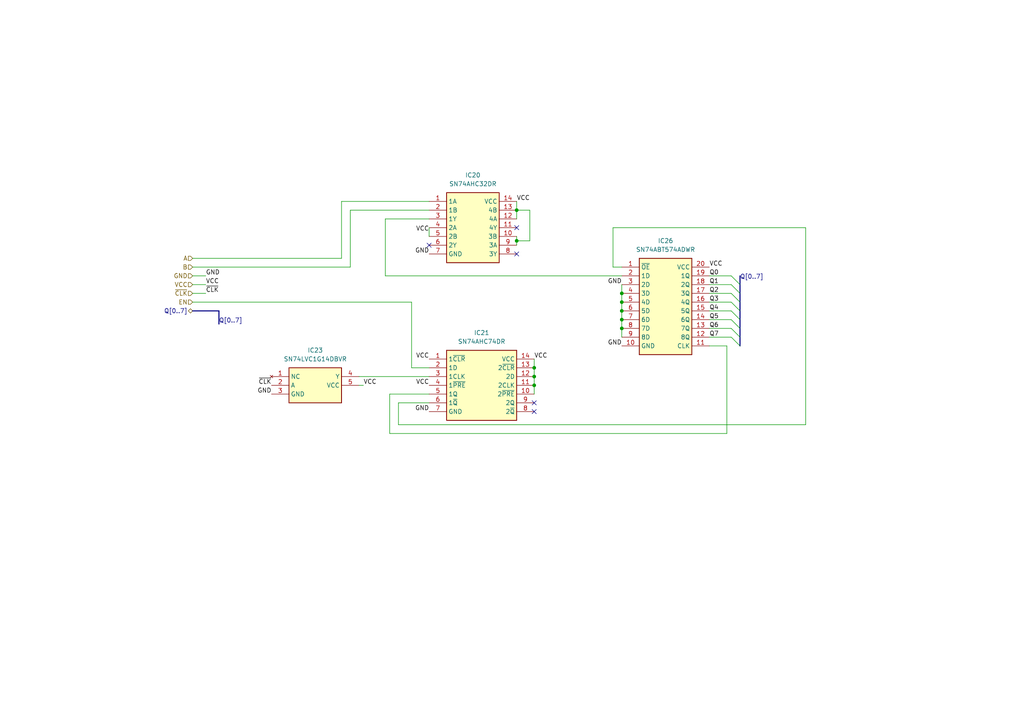
<source format=kicad_sch>
(kicad_sch (version 20250114) (generator "eeschema") (generator_version "9.0")
  (paper "A4")
  (lib_symbols
    (symbol "Samacsys:SN74ABT574ADWR"
      (property "Reference" "IC" (at 21.59 7.62 0))
      (property "Value" "SN74ABT574ADWR" (at 21.59 5.08 0))
      (symbol "SN74ABT574ADWR_1_1"
        (rectangle (start 5.08 2.54) (end 20.32 -25.4) (stroke (width 0.254)) (fill (type background)))
        (pin passive line (at 0 0 0) (length 5.08) (name "~{OE}") (number "1"))
        (pin passive line (at 0 -2.54 0) (length 5.08) (name "1D") (number "2"))
        (pin passive line (at 0 -5.08 0) (length 5.08) (name "2D") (number "3"))
        (pin passive line (at 0 -7.62 0) (length 5.08) (name "3D") (number "4"))
        (pin passive line (at 0 -10.16 0) (length 5.08) (name "4D") (number "5"))
        (pin passive line (at 0 -12.7 0) (length 5.08) (name "5D") (number "6"))
        (pin passive line (at 0 -15.24 0) (length 5.08) (name "6D") (number "7"))
        (pin passive line (at 0 -17.78 0) (length 5.08) (name "7D") (number "8"))
        (pin passive line (at 0 -20.32 0) (length 5.08) (name "8D") (number "9"))
        (pin passive line (at 0 -22.86 0) (length 5.08) (name "GND") (number "10"))
        (pin passive line (at 25.4 0 180) (length 5.08) (name "VCC") (number "20"))
        (pin passive line (at 25.4 -2.54 180) (length 5.08) (name "1Q") (number "19"))
        (pin passive line (at 25.4 -5.08 180) (length 5.08) (name "2Q") (number "18"))
        (pin passive line (at 25.4 -7.62 180) (length 5.08) (name "3Q") (number "17"))
        (pin passive line (at 25.4 -10.16 180) (length 5.08) (name "4Q") (number "16"))
        (pin passive line (at 25.4 -12.7 180) (length 5.08) (name "5Q") (number "15"))
        (pin passive line (at 25.4 -15.24 180) (length 5.08) (name "6Q") (number "14"))
        (pin passive line (at 25.4 -17.78 180) (length 5.08) (name "7Q") (number "13"))
        (pin passive line (at 25.4 -20.32 180) (length 5.08) (name "8Q") (number "12"))
        (pin passive line (at 25.4 -22.86 180) (length 5.08) (name "CLK") (number "11"))
      )
    )
    (symbol "Samacsys:SN74AHC32DR"
      (property "Reference" "IC" (at 21.59 7.62 0))
      (property "Value" "SN74AHC32DR" (at 21.59 5.08 0))
      (symbol "SN74AHC32DR_1_1"
        (rectangle (start 5.08 2.54) (end 20.32 -17.78) (stroke (width 0.254)) (fill (type background)))
        (pin passive line (at 0 0 0) (length 5.08) (name "1A") (number "1"))
        (pin passive line (at 0 -2.54 0) (length 5.08) (name "1B") (number "2"))
        (pin passive line (at 0 -5.08 0) (length 5.08) (name "1Y") (number "3"))
        (pin passive line (at 0 -7.62 0) (length 5.08) (name "2A") (number "4"))
        (pin passive line (at 0 -10.16 0) (length 5.08) (name "2B") (number "5"))
        (pin passive line (at 0 -12.7 0) (length 5.08) (name "2Y") (number "6"))
        (pin passive line (at 0 -15.24 0) (length 5.08) (name "GND") (number "7"))
        (pin passive line (at 25.4 0 180) (length 5.08) (name "VCC") (number "14"))
        (pin passive line (at 25.4 -2.54 180) (length 5.08) (name "4B") (number "13"))
        (pin passive line (at 25.4 -5.08 180) (length 5.08) (name "4A") (number "12"))
        (pin passive line (at 25.4 -7.62 180) (length 5.08) (name "4Y") (number "11"))
        (pin passive line (at 25.4 -10.16 180) (length 5.08) (name "3B") (number "10"))
        (pin passive line (at 25.4 -12.7 180) (length 5.08) (name "3A") (number "9"))
        (pin passive line (at 25.4 -15.24 180) (length 5.08) (name "3Y") (number "8"))
      )
    )
    (symbol "Samacsys:SN74AHC74DR"
      (property "Reference" "IC" (at 26.67 7.62 0))
      (property "Value" "SN74AHC74DR" (at 26.67 5.08 0))
      (symbol "SN74AHC74DR_1_1"
        (rectangle (start 5.08 2.54) (end 25.4 -17.78) (stroke (width 0.254)) (fill (type background)))
        (pin passive line (at 0 0 0) (length 5.08) (name "1~{CLR}") (number "1"))
        (pin passive line (at 0 -2.54 0) (length 5.08) (name "1D") (number "2"))
        (pin passive line (at 0 -5.08 0) (length 5.08) (name "1CLK") (number "3"))
        (pin passive line (at 0 -7.62 0) (length 5.08) (name "1~{PRE}") (number "4"))
        (pin passive line (at 0 -10.16 0) (length 5.08) (name "1Q") (number "5"))
        (pin passive line (at 0 -12.7 0) (length 5.08) (name "1~{Q}") (number "6"))
        (pin passive line (at 0 -15.24 0) (length 5.08) (name "GND") (number "7"))
        (pin passive line (at 30.48 0 180) (length 5.08) (name "VCC") (number "14"))
        (pin passive line (at 30.48 -2.54 180) (length 5.08) (name "2~{CLR}") (number "13"))
        (pin passive line (at 30.48 -5.08 180) (length 5.08) (name "2D") (number "12"))
        (pin passive line (at 30.48 -7.62 180) (length 5.08) (name "2CLK") (number "11"))
        (pin passive line (at 30.48 -10.16 180) (length 5.08) (name "2~{PRE}") (number "10"))
        (pin passive line (at 30.48 -12.7 180) (length 5.08) (name "2Q") (number "9"))
        (pin passive line (at 30.48 -15.24 180) (length 5.08) (name "2~{Q}") (number "8"))
      )
    )
    (symbol "Samacsys:SN74LVC1G14DBVR"
      (property "Reference" "IC" (at 21.59 7.62 0))
      (property "Value" "SN74LVC1G14DBVR" (at 21.59 5.08 0))
      (symbol "SN74LVC1G14DBVR_1_1"
        (rectangle (start 5.08 2.54) (end 20.32 -7.62) (stroke (width 0.254)) (fill (type background)))
        (pin no_connect line (at 0 0 0) (length 5.08) (name "NC") (number "1"))
        (pin passive line (at 0 -2.54 0) (length 5.08) (name "A") (number "2"))
        (pin passive line (at 0 -5.08 0) (length 5.08) (name "GND") (number "3"))
        (pin passive line (at 25.4 0 180) (length 5.08) (name "Y") (number "4"))
        (pin passive line (at 25.4 -2.54 180) (length 5.08) (name "VCC") (number "5"))
      )
    )
  )
  (junction (at 180.34 92.71))
  (junction (at 149.86 69.85))
  (junction (at 180.34 90.17))
  (junction (at 154.94 106.68))
  (junction (at 149.86 60.96))
  (junction (at 154.94 109.22))
  (junction (at 154.94 111.76))
  (junction (at 180.34 85.09))
  (junction (at 180.34 87.63))
  (junction (at 180.34 95.25))
  (no_connect (at 149.86 66.04))
  (no_connect (at 149.86 73.66))
  (no_connect (at 124.46 71.12))
  (no_connect (at 154.94 116.84))
  (no_connect (at 154.94 119.38))
  (bus_entry (at 214.63 85.09) (size -2.54 -2.54))
  (bus_entry (at 214.63 87.63) (size -2.54 -2.54))
  (bus_entry (at 212.09 95.25) (size 2.54 2.54))
  (bus_entry (at 212.09 97.79) (size 2.54 2.54))
  (bus_entry (at 212.09 92.71) (size 2.54 2.54))
  (bus_entry (at 212.09 90.17) (size 2.54 2.54))
  (bus_entry (at 214.63 90.17) (size -2.54 -2.54))
  (bus_entry (at 214.63 82.55) (size -2.54 -2.54))
  (wire (pts (xy 99.06 74.93) (xy 99.06 58.42)))
  (wire (pts (xy 154.94 109.22) (xy 154.94 111.76)))
  (wire (pts (xy 101.6 60.96) (xy 124.46 60.96)))
  (wire (pts (xy 104.14 109.22) (xy 124.46 109.22)))
  (wire (pts (xy 149.86 60.96) (xy 149.86 63.5)))
  (wire (pts (xy 154.94 104.14) (xy 154.94 106.68)))
  (bus (pts (xy 55.88 90.17) (xy 63.5 90.17)))
  (bus (pts (xy 63.5 90.17) (xy 63.5 93.98)))
  (wire (pts (xy 180.34 90.17) (xy 180.34 92.71)))
  (wire (pts (xy 205.74 82.55) (xy 212.09 82.55)))
  (bus (pts (xy 214.63 90.17) (xy 214.63 92.71)))
  (wire (pts (xy 205.74 90.17) (xy 212.09 90.17)))
  (wire (pts (xy 210.82 125.73) (xy 210.82 100.33)))
  (wire (pts (xy 124.46 114.3) (xy 113.03 114.3)))
  (wire (pts (xy 104.14 111.76) (xy 105.41 111.76)))
  (wire (pts (xy 115.57 116.84) (xy 115.57 123.19)))
  (wire (pts (xy 149.86 69.85) (xy 153.67 69.85)))
  (wire (pts (xy 205.74 87.63) (xy 212.09 87.63)))
  (wire (pts (xy 59.69 82.55) (xy 55.88 82.55)))
  (bus (pts (xy 214.63 85.09) (xy 214.63 87.63)))
  (wire (pts (xy 119.38 87.63) (xy 119.38 106.68)))
  (wire (pts (xy 111.76 63.5) (xy 124.46 63.5)))
  (wire (pts (xy 113.03 114.3) (xy 113.03 125.73)))
  (bus (pts (xy 214.63 80.01) (xy 214.63 82.55)))
  (wire (pts (xy 149.86 69.85) (xy 149.86 71.12)))
  (wire (pts (xy 154.94 106.68) (xy 154.94 109.22)))
  (wire (pts (xy 55.88 77.47) (xy 101.6 77.47)))
  (wire (pts (xy 180.34 92.71) (xy 180.34 95.25)))
  (wire (pts (xy 205.74 92.71) (xy 212.09 92.71)))
  (wire (pts (xy 180.34 95.25) (xy 180.34 97.79)))
  (bus (pts (xy 214.63 95.25) (xy 214.63 97.79)))
  (wire (pts (xy 180.34 80.01) (xy 111.76 80.01)))
  (wire (pts (xy 154.94 111.76) (xy 154.94 114.3)))
  (wire (pts (xy 115.57 123.19) (xy 233.68 123.19)))
  (wire (pts (xy 101.6 77.47) (xy 101.6 60.96)))
  (wire (pts (xy 59.69 85.09) (xy 55.88 85.09)))
  (bus (pts (xy 214.63 97.79) (xy 214.63 100.33)))
  (wire (pts (xy 177.8 77.47) (xy 180.34 77.47)))
  (wire (pts (xy 205.74 95.25) (xy 212.09 95.25)))
  (wire (pts (xy 124.46 116.84) (xy 115.57 116.84)))
  (wire (pts (xy 233.68 123.19) (xy 233.68 66.04)))
  (wire (pts (xy 180.34 87.63) (xy 180.34 90.17)))
  (wire (pts (xy 111.76 80.01) (xy 111.76 63.5)))
  (wire (pts (xy 180.34 85.09) (xy 180.34 87.63)))
  (wire (pts (xy 205.74 80.01) (xy 212.09 80.01)))
  (wire (pts (xy 55.88 87.63) (xy 119.38 87.63)))
  (wire (pts (xy 149.86 68.58) (xy 149.86 69.85)))
  (bus (pts (xy 214.63 87.63) (xy 214.63 90.17)))
  (wire (pts (xy 153.67 60.96) (xy 149.86 60.96)))
  (wire (pts (xy 153.67 69.85) (xy 153.67 60.96)))
  (wire (pts (xy 177.8 66.04) (xy 177.8 77.47)))
  (wire (pts (xy 205.74 85.09) (xy 212.09 85.09)))
  (wire (pts (xy 59.69 80.01) (xy 55.88 80.01)))
  (wire (pts (xy 124.46 66.04) (xy 124.46 68.58)))
  (wire (pts (xy 149.86 58.42) (xy 149.86 60.96)))
  (wire (pts (xy 210.82 100.33) (xy 205.74 100.33)))
  (bus (pts (xy 214.63 92.71) (xy 214.63 95.25)))
  (wire (pts (xy 119.38 106.68) (xy 124.46 106.68)))
  (wire (pts (xy 205.74 97.79) (xy 212.09 97.79)))
  (wire (pts (xy 233.68 66.04) (xy 177.8 66.04)))
  (wire (pts (xy 113.03 125.73) (xy 210.82 125.73)))
  (wire (pts (xy 55.88 74.93) (xy 99.06 74.93)))
  (wire (pts (xy 99.06 58.42) (xy 124.46 58.42)))
  (bus (pts (xy 214.63 82.55) (xy 214.63 85.09)))
  (wire (pts (xy 180.34 82.55) (xy 180.34 85.09)))
  (label "~{CLK}" (at 59.69 85.09 0))
  (label "Q1" (at 205.74 82.55 0))
  (label "Q4" (at 205.74 90.17 0))
  (label "GND" (at 59.69 80.01 0))
  (label "Q3" (at 205.74 87.63 0))
  (label "GND" (at 124.46 119.38 180))
  (label "VCC" (at 154.94 104.14 0))
  (label "VCC" (at 105.41 111.76 0))
  (label "GND" (at 78.74 114.3 180))
  (label "Q0" (at 205.74 80.01 0))
  (label "Q5" (at 205.74 92.71 0))
  (label "GND" (at 180.34 100.33 180))
  (label "Q[0..7]" (at 214.63 81.28 0))
  (label "VCC" (at 59.69 82.55 0))
  (label "Q2" (at 205.74 85.09 0))
  (label "VCC" (at 124.46 67.31 180))
  (label "VCC" (at 149.86 58.42 0))
  (label "VCC" (at 124.46 104.14 180))
  (label "GND" (at 124.46 73.66 180))
  (label "Q7" (at 205.74 97.79 0))
  (label "Q[0..7]" (at 63.5 93.98 0))
  (label "~{CLK}" (at 78.74 111.76 180))
  (label "GND" (at 180.34 82.55 180))
  (label "VCC" (at 205.74 77.47 0))
  (label "VCC" (at 124.46 111.76 180))
  (label "Q6" (at 205.74 95.25 0))
  (hierarchical_label "GND" (shape input) (at 55.88 80.01 180))
  (hierarchical_label "EN" (shape input) (at 55.88 87.63 180))
  (hierarchical_label "Q[0..7]" (shape tri_state) (at 55.88 90.17 180))
  (hierarchical_label "~{CLK}" (shape input) (at 55.88 85.09 180))
  (hierarchical_label "A" (shape input) (at 55.88 74.93 180))
  (hierarchical_label "B" (shape input) (at 55.88 77.47 180))
  (hierarchical_label "VCC" (shape input) (at 55.88 82.55 180))
  (symbol (lib_id "Samacsys:SN74LVC1G14DBVR") (at 78.74 109.22 0) (unit 1)
    (property "Reference" "IC23" (at 91.44 101.6 0))
    (property "Value" "SN74LVC1G14DBVR" (at 91.44 104.14 0))
    (property "Footprint" "Samacsys:SOT95P280X145-5N" (effects (hide yes)))
    (property "Datasheet" "https://datasheet.datasheetarchive.com/originals/distributors/Datasheets-DGA13/1136296.pdf" (effects (hide yes)))
    (property "Description" "TEXAS INSTRUMENTS - SN74LVC1G14DBVR - IC, SCHMITT TRIGGER INVERTER, SMD" (effects (hide yes)))
    (property "Height" "1.45" (effects (hide yes)))
    (property "Mouser Part Number" "595-SN74LVC1G14DBVR" (effects (hide yes)))
    (property "Mouser Price/Stock" "https://www.mouser.co.uk/ProductDetail/Texas-Instruments/SN74LVC1G14DBVR?qs=dT9u2OTAaVWRIgCrQFnxuQ%3D%3D" (effects (hide yes)))
    (property "Manufacturer_Name" "Texas Instruments" (effects (hide yes)))
    (property "Manufacturer_Part_Number" "SN74LVC1G14DBVR" (effects (hide yes)))
  )
  (symbol (lib_id "Samacsys:SN74AHC32DR") (at 124.46 58.42 0) (unit 1)
    (property "Reference" "IC20" (at 137.16 50.8 0))
    (property "Value" "SN74AHC32DR" (at 137.16 53.34 0))
    (property "Footprint" "Samacsys:SOIC127P600X175-14N" (effects (hide yes)))
    (property "Datasheet" "http://www.ti.com/lit/gpn/sn74ahc32" (effects (hide yes)))
    (property "Description" "Quadruple 2-Input Positive-OR Gates" (effects (hide yes)))
    (property "Height" "1.75" (effects (hide yes)))
    (property "Mouser Part Number" "595-SN74AHC32DR" (effects (hide yes)))
    (property "Mouser Price/Stock" "https://www.mouser.co.uk/ProductDetail/Texas-Instruments/SN74AHC32DR?qs=bvpNxolhIUP1gpgKlKyYQQ%3D%3D" (effects (hide yes)))
    (property "Manufacturer_Name" "Texas Instruments" (effects (hide yes)))
    (property "Manufacturer_Part_Number" "SN74AHC32DR" (effects (hide yes)))
  )
  (symbol (lib_id "Samacsys:SN74AHC74DR") (at 124.46 104.14 0) (unit 1)
    (property "Reference" "IC21" (at 139.7 96.52 0))
    (property "Value" "SN74AHC74DR" (at 139.7 99.06 0))
    (property "Footprint" "Samacsys:SOIC127P600X175-14N" (effects (hide yes)))
    (property "Datasheet" "http://www.ti.com/lit/gpn/sn74ahc74" (effects (hide yes)))
    (property "Description" "Dual Positive-Edge-Triggered D-Type Flip-Flops With Clear and Preset" (effects (hide yes)))
    (property "Height" "1.75" (effects (hide yes)))
    (property "Mouser Part Number" "595-SN74AHC74DR" (effects (hide yes)))
    (property "Mouser Price/Stock" "https://www.mouser.co.uk/ProductDetail/Texas-Instruments/SN74AHC74DR?qs=st7IWvlL5%2FgP9OJq63EsFQ%3D%3D" (effects (hide yes)))
    (property "Manufacturer_Name" "Texas Instruments" (effects (hide yes)))
    (property "Manufacturer_Part_Number" "SN74AHC74DR" (effects (hide yes)))
  )
  (symbol (lib_id "Samacsys:SN74ABT574ADWR") (at 180.34 77.47 0) (unit 1)
    (property "Reference" "IC26" (at 193.04 69.85 0))
    (property "Value" "SN74ABT574ADWR" (at 193.04 72.39 0))
    (property "Footprint" "Samacsys:SOIC127P1030X265-20N" (effects (hide yes)))
    (property "Datasheet" "http://www.ti.com/lit/gpn/sn74abt574a" (effects (hide yes)))
    (property "Description" "Texas Instruments SN74ABT574ADWR, D Type Bus Interface Flip Flop, 3-State, 4.5  5.5 V, 20-Pin SOIC" (effects (hide yes)))
    (property "Height" "2.65" (effects (hide yes)))
    (property "Mouser Part Number" "595-SN74ABT574ADWR" (effects (hide yes)))
    (property "Mouser Price/Stock" "https://www.mouser.co.uk/ProductDetail/Texas-Instruments/SN74ABT574ADWR?qs=nMmhAzRCgdCWNOUsuPi1DA%3D%3D" (effects (hide yes)))
    (property "Manufacturer_Name" "Texas Instruments" (effects (hide yes)))
    (property "Manufacturer_Part_Number" "SN74ABT574ADWR" (effects (hide yes)))
  )
)
</source>
